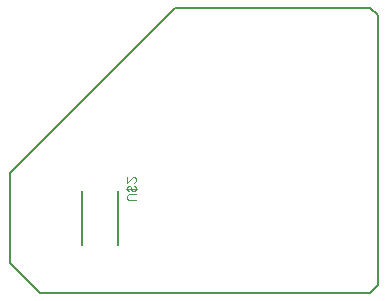
<source format=gbo>
G75*
%MOIN*%
%OFA0B0*%
%FSLAX25Y25*%
%IPPOS*%
%LPD*%
%AMOC8*
5,1,8,0,0,1.08239X$1,22.5*
%
%ADD10C,0.00600*%
%ADD11C,0.00787*%
%ADD12C,0.00300*%
D10*
X0011300Y0001600D02*
X0001300Y0011600D01*
X0001300Y0041600D01*
X0056300Y0096600D01*
X0121300Y0096600D01*
X0123800Y0094100D01*
X0123800Y0004100D01*
X0121300Y0001600D01*
X0011300Y0001600D01*
D11*
X0025300Y0017600D02*
X0025300Y0035600D01*
X0037300Y0035600D02*
X0037300Y0017600D01*
D12*
X0040776Y0032550D02*
X0040300Y0033025D01*
X0040300Y0033976D01*
X0040776Y0034451D01*
X0043152Y0034451D01*
X0042677Y0035450D02*
X0042202Y0035450D01*
X0041726Y0035925D01*
X0041726Y0036876D01*
X0041251Y0037351D01*
X0040776Y0037351D01*
X0040300Y0036876D01*
X0040300Y0035925D01*
X0040776Y0035450D01*
X0039825Y0036400D02*
X0043628Y0036400D01*
X0043152Y0035925D02*
X0043152Y0036876D01*
X0042677Y0037351D01*
X0042677Y0038350D02*
X0043152Y0038825D01*
X0043152Y0039776D01*
X0042677Y0040251D01*
X0042202Y0040251D01*
X0040300Y0038350D01*
X0040300Y0040251D01*
X0043152Y0035925D02*
X0042677Y0035450D01*
X0043152Y0032550D02*
X0040776Y0032550D01*
M02*

</source>
